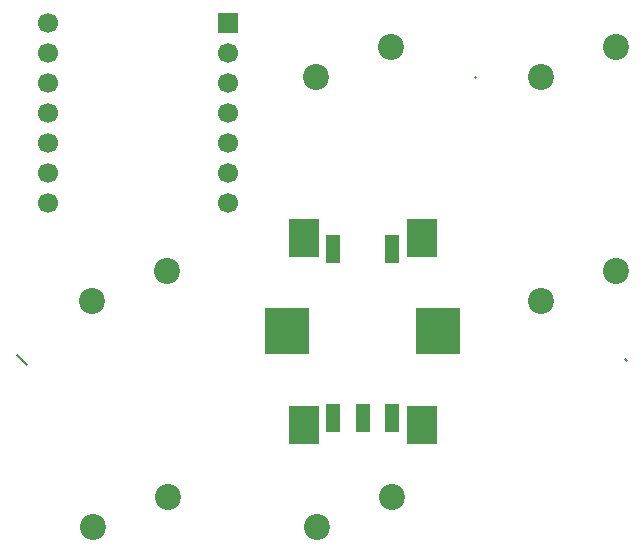
<source format=gbr>
%TF.GenerationSoftware,KiCad,Pcbnew,8.0.5*%
%TF.CreationDate,2024-10-03T17:23:51-04:00*%
%TF.ProjectId,Key,4b65792e-6b69-4636-9164-5f7063625858,rev?*%
%TF.SameCoordinates,Original*%
%TF.FileFunction,Copper,L1,Top*%
%TF.FilePolarity,Positive*%
%FSLAX46Y46*%
G04 Gerber Fmt 4.6, Leading zero omitted, Abs format (unit mm)*
G04 Created by KiCad (PCBNEW 8.0.5) date 2024-10-03 17:23:51*
%MOMM*%
%LPD*%
G01*
G04 APERTURE LIST*
%TA.AperFunction,ComponentPad*%
%ADD10C,2.200000*%
%TD*%
%TA.AperFunction,SMDPad,CuDef*%
%ADD11R,1.300000X2.400000*%
%TD*%
%TA.AperFunction,SMDPad,CuDef*%
%ADD12R,3.750000X4.000000*%
%TD*%
%TA.AperFunction,SMDPad,CuDef*%
%ADD13R,2.500000X3.200000*%
%TD*%
%TA.AperFunction,ComponentPad*%
%ADD14R,1.700000X1.700000*%
%TD*%
%TA.AperFunction,ComponentPad*%
%ADD15C,1.700000*%
%TD*%
%TA.AperFunction,Conductor*%
%ADD16C,0.200000*%
%TD*%
G04 APERTURE END LIST*
D10*
%TO.P,SW3,1,1*%
%TO.N,Net-(U1-PA7_A8_D8_SCK)*%
X68460000Y-48920000D03*
%TO.P,SW3,2,2*%
%TO.N,GND*%
X62110000Y-51460000D03*
%TD*%
%TO.P,SW2,1,1*%
%TO.N,Net-(U1-PA5_A9_D9_MISO)*%
X49405000Y-29945000D03*
%TO.P,SW2,2,2*%
%TO.N,GND*%
X43055000Y-32485000D03*
%TD*%
%TO.P,SW1,1,1*%
%TO.N,Net-(U1-PA6_A10_D10_MOSI)*%
X68460000Y-29920000D03*
%TO.P,SW1,2,2*%
%TO.N,GND*%
X62110000Y-32460000D03*
%TD*%
%TO.P,SW4,1,1*%
%TO.N,Net-(U1-PA9_A5_D5_SCL)*%
X30460000Y-48920000D03*
%TO.P,SW4,2,2*%
%TO.N,GND*%
X24110000Y-51460000D03*
%TD*%
%TO.P,SW5,2,2*%
%TO.N,GND*%
X24150000Y-70540000D03*
%TO.P,SW5,1,1*%
%TO.N,Net-(U1-PA8_A4_D4_SDA)*%
X30500000Y-68000000D03*
%TD*%
%TO.P,SW6,2,2*%
%TO.N,GND*%
X43150000Y-70540000D03*
%TO.P,SW6,1,1*%
%TO.N,unconnected-(SW6-Pad1)*%
X49500000Y-68000000D03*
%TD*%
D11*
%TO.P,U2,E1,E1*%
%TO.N,unconnected-(U2-PadE1)*%
X49500000Y-47000000D03*
%TO.P,U2,D1,D1*%
%TO.N,Net-(U1-PA10_A2_D2)*%
X44500000Y-47000000D03*
%TO.P,U2,C1,C1*%
%TO.N,GND*%
X47000000Y-61300000D03*
%TO.P,U2,B1,B1*%
%TO.N,Net-(U1-PA4_A1_D1)*%
X49500000Y-61300000D03*
%TO.P,U2,A1,A1*%
%TO.N,Net-(U1-PA02_A0_D0)*%
X44500000Y-61300000D03*
D12*
%TO.P,U2,12,12*%
%TO.N,unconnected-(U2-Pad12)*%
X53375000Y-54000000D03*
%TO.P,U2,11,11*%
%TO.N,unconnected-(U2-Pad11)*%
X40625000Y-54000000D03*
D13*
%TO.P,U2,10,10*%
%TO.N,unconnected-(U2-Pad10)*%
X42000000Y-46100000D03*
%TO.P,U2,9,9*%
%TO.N,unconnected-(U2-Pad9)*%
X52000000Y-46100000D03*
%TO.P,U2,8,8*%
%TO.N,unconnected-(U2-Pad8)*%
X52000000Y-61900000D03*
%TO.P,U2,7,7*%
%TO.N,unconnected-(U2-Pad7)*%
X42000000Y-61900000D03*
%TD*%
D14*
%TO.P,U1,1,PA02_A0_D0*%
%TO.N,Net-(U1-PA02_A0_D0)*%
X35625000Y-27880000D03*
D15*
%TO.P,U1,2,PA4_A1_D1*%
%TO.N,Net-(U1-PA4_A1_D1)*%
X35625000Y-30420000D03*
%TO.P,U1,3,PA10_A2_D2*%
%TO.N,Net-(U1-PA10_A2_D2)*%
X35625000Y-32960000D03*
%TO.P,U1,4,PA11_A3_D3*%
%TO.N,unconnected-(U1-PA11_A3_D3-Pad4)*%
X35625000Y-35500000D03*
%TO.P,U1,5,PA8_A4_D4_SDA*%
%TO.N,Net-(U1-PA8_A4_D4_SDA)*%
X35625000Y-38040000D03*
%TO.P,U1,6,PA9_A5_D5_SCL*%
%TO.N,Net-(U1-PA9_A5_D5_SCL)*%
X35625000Y-40580000D03*
%TO.P,U1,7,PB08_A6_D6_TX*%
%TO.N,unconnected-(U1-PB08_A6_D6_TX-Pad7)*%
X35625000Y-43120000D03*
%TO.P,U1,8,PB09_A7_D7_RX*%
%TO.N,unconnected-(U1-PB09_A7_D7_RX-Pad8)*%
X20375000Y-43120000D03*
%TO.P,U1,9,PA7_A8_D8_SCK*%
%TO.N,Net-(U1-PA7_A8_D8_SCK)*%
X20375000Y-40580000D03*
%TO.P,U1,10,PA5_A9_D9_MISO*%
%TO.N,Net-(U1-PA5_A9_D9_MISO)*%
X20375000Y-38040000D03*
%TO.P,U1,11,PA6_A10_D10_MOSI*%
%TO.N,Net-(U1-PA6_A10_D10_MOSI)*%
X20375000Y-35500000D03*
%TO.P,U1,12,3V3*%
%TO.N,unconnected-(U1-3V3-Pad12)*%
X20375000Y-32960000D03*
%TO.P,U1,13,GND*%
%TO.N,GND*%
X20375000Y-30420000D03*
%TO.P,U1,14,5V*%
%TO.N,unconnected-(U1-5V-Pad14)*%
X20375000Y-27880000D03*
%TD*%
D16*
%TO.N,GND*%
X69222000Y-56372590D02*
X69352000Y-56502590D01*
X18610000Y-56880000D02*
X17690000Y-55960000D01*
X56485000Y-32485000D02*
X56564940Y-32564940D01*
%TD*%
M02*

</source>
